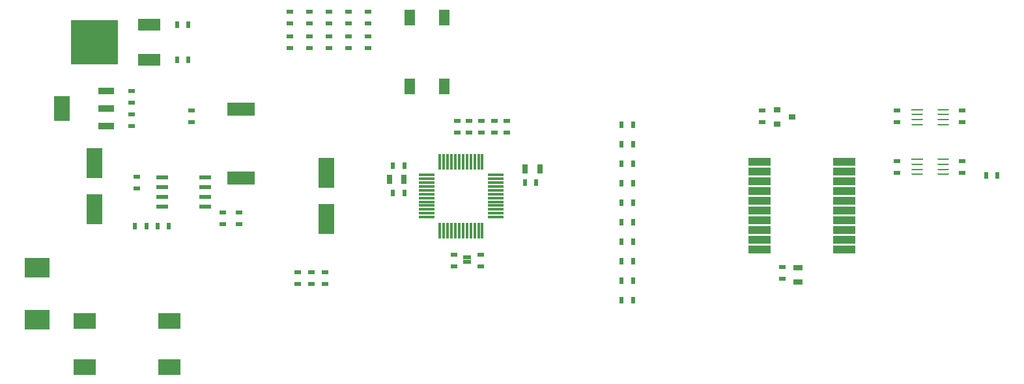
<source format=gtp>
G04*
G04 #@! TF.GenerationSoftware,Altium Limited,CircuitStudio,1.5.2 (30)*
G04*
G04 Layer_Color=7318015*
%FSLAX25Y25*%
%MOIN*%
G70*
G01*
G75*
%ADD10R,0.03543X0.02362*%
%ADD11R,0.02756X0.05118*%
%ADD12R,0.02362X0.03543*%
%ADD13R,0.07874X0.15748*%
%ADD14R,0.03937X0.01969*%
%ADD15R,0.11811X0.07874*%
%ADD16R,0.03543X0.03150*%
%ADD17R,0.05512X0.08268*%
%ADD18R,0.07874X0.01378*%
%ADD19R,0.01378X0.07874*%
%ADD20R,0.08465X0.12795*%
%ADD21R,0.08465X0.03740*%
%ADD22R,0.14173X0.07087*%
%ADD23R,0.05984X0.02362*%
%ADD24R,0.12992X0.09843*%
G04:AMPARAMS|DCode=25|XSize=61.02mil|YSize=9.84mil|CornerRadius=2.46mil|HoleSize=0mil|Usage=FLASHONLY|Rotation=180.000|XOffset=0mil|YOffset=0mil|HoleType=Round|Shape=RoundedRectangle|*
%AMROUNDEDRECTD25*
21,1,0.06102,0.00492,0,0,180.0*
21,1,0.05610,0.00984,0,0,180.0*
1,1,0.00492,-0.02805,0.00246*
1,1,0.00492,0.02805,0.00246*
1,1,0.00492,0.02805,-0.00246*
1,1,0.00492,-0.02805,-0.00246*
%
%ADD25ROUNDEDRECTD25*%
%ADD26R,0.06102X0.00984*%
%ADD27R,0.05118X0.02756*%
%ADD28R,0.11811X0.03937*%
%ADD29R,0.24410X0.22835*%
%ADD30R,0.11811X0.06299*%
D10*
X1208500Y405953D02*
D03*
Y400047D02*
D03*
X1515000Y488953D02*
D03*
Y483047D02*
D03*
Y462953D02*
D03*
Y457047D02*
D03*
X1309000Y483453D02*
D03*
Y477547D02*
D03*
X1288500Y414953D02*
D03*
Y409047D02*
D03*
X1290000Y477547D02*
D03*
Y483453D02*
D03*
X1296000Y477547D02*
D03*
Y483453D02*
D03*
X1126000Y449047D02*
D03*
Y454953D02*
D03*
X1170000Y436453D02*
D03*
Y430547D02*
D03*
X1123500Y481047D02*
D03*
Y486953D02*
D03*
Y498953D02*
D03*
Y493047D02*
D03*
X1215500Y405953D02*
D03*
Y400047D02*
D03*
X1222500Y405953D02*
D03*
Y400047D02*
D03*
X1446000Y483047D02*
D03*
Y488953D02*
D03*
X1315500Y483453D02*
D03*
Y477547D02*
D03*
X1302500Y483453D02*
D03*
Y477547D02*
D03*
X1302000Y409047D02*
D03*
Y414953D02*
D03*
X1178500Y436453D02*
D03*
Y430547D02*
D03*
X1548500Y462953D02*
D03*
Y457047D02*
D03*
Y488953D02*
D03*
Y483047D02*
D03*
X1456500Y408453D02*
D03*
Y402547D02*
D03*
X1204500Y526953D02*
D03*
Y521047D02*
D03*
X1214500Y526953D02*
D03*
Y521047D02*
D03*
X1234500Y526953D02*
D03*
Y521047D02*
D03*
X1244500Y526953D02*
D03*
Y521047D02*
D03*
X1204500Y539453D02*
D03*
Y533547D02*
D03*
X1214500Y539453D02*
D03*
Y533547D02*
D03*
X1224500Y526953D02*
D03*
Y521047D02*
D03*
Y539453D02*
D03*
Y533547D02*
D03*
X1234500Y539453D02*
D03*
Y533547D02*
D03*
X1244500Y539453D02*
D03*
Y533547D02*
D03*
X1154000Y488953D02*
D03*
Y483047D02*
D03*
D11*
X1332240Y459000D02*
D03*
X1324760D02*
D03*
X1255260Y453500D02*
D03*
X1262740D02*
D03*
D12*
X1324547Y452000D02*
D03*
X1330453D02*
D03*
X1262953Y446500D02*
D03*
X1257047D02*
D03*
X1262953Y460500D02*
D03*
X1257047D02*
D03*
X1146547Y515000D02*
D03*
X1152453D02*
D03*
X1146547Y533000D02*
D03*
X1152453D02*
D03*
X1379953Y481500D02*
D03*
X1374047D02*
D03*
X1379953Y471500D02*
D03*
X1374047D02*
D03*
X1379953Y461500D02*
D03*
X1374047D02*
D03*
X1379953Y451500D02*
D03*
X1374047D02*
D03*
X1379953Y441500D02*
D03*
X1374047D02*
D03*
X1379953Y431500D02*
D03*
X1374047D02*
D03*
X1379953Y421500D02*
D03*
X1374047D02*
D03*
X1379953Y411500D02*
D03*
X1374047D02*
D03*
X1379953Y401500D02*
D03*
X1374047D02*
D03*
X1379953Y391500D02*
D03*
X1374047D02*
D03*
X1136547Y429500D02*
D03*
X1142453D02*
D03*
X1125047D02*
D03*
X1130953D02*
D03*
X1560547Y455500D02*
D03*
X1566453D02*
D03*
D13*
X1104500Y438189D02*
D03*
Y461811D02*
D03*
X1223000Y456811D02*
D03*
Y433189D02*
D03*
D14*
X1295000Y411319D02*
D03*
Y413681D02*
D03*
D15*
X1142653Y380807D02*
D03*
Y357185D02*
D03*
X1099347Y380807D02*
D03*
Y357185D02*
D03*
D16*
X1461437Y485500D02*
D03*
X1453563Y489240D02*
D03*
Y481760D02*
D03*
D17*
X1265642Y501284D02*
D03*
Y536717D02*
D03*
X1283358Y501284D02*
D03*
Y536717D02*
D03*
D18*
X1274284Y455827D02*
D03*
Y453858D02*
D03*
Y451890D02*
D03*
Y449921D02*
D03*
Y447953D02*
D03*
Y445984D02*
D03*
Y444016D02*
D03*
Y442047D02*
D03*
Y440079D02*
D03*
Y438110D02*
D03*
Y436142D02*
D03*
Y434173D02*
D03*
X1309717Y455827D02*
D03*
Y453858D02*
D03*
Y451890D02*
D03*
Y449921D02*
D03*
Y447953D02*
D03*
Y445984D02*
D03*
Y444016D02*
D03*
Y442047D02*
D03*
Y440079D02*
D03*
Y438110D02*
D03*
Y436142D02*
D03*
Y434173D02*
D03*
D19*
X1302827Y427283D02*
D03*
X1300858D02*
D03*
X1298890D02*
D03*
X1296921D02*
D03*
X1294953D02*
D03*
X1292984D02*
D03*
X1291016D02*
D03*
X1289047D02*
D03*
X1287079D02*
D03*
X1285110D02*
D03*
X1283142D02*
D03*
X1281173D02*
D03*
Y462716D02*
D03*
X1283142D02*
D03*
X1285110D02*
D03*
X1287079D02*
D03*
X1289047D02*
D03*
X1291016D02*
D03*
X1292984D02*
D03*
X1294953D02*
D03*
X1296921D02*
D03*
X1298890D02*
D03*
X1300858D02*
D03*
X1302827D02*
D03*
D20*
X1087583Y490000D02*
D03*
D21*
X1110417Y499055D02*
D03*
Y490000D02*
D03*
Y480945D02*
D03*
D22*
X1179500Y489716D02*
D03*
Y454284D02*
D03*
D23*
X1160866Y439500D02*
D03*
Y444500D02*
D03*
Y449500D02*
D03*
Y454500D02*
D03*
X1139134Y439500D02*
D03*
Y444500D02*
D03*
Y449500D02*
D03*
Y454500D02*
D03*
D24*
X1075000Y408386D02*
D03*
Y381614D02*
D03*
D25*
X1538693Y456161D02*
D03*
Y458720D02*
D03*
Y461279D02*
D03*
Y463839D02*
D03*
X1525307Y456161D02*
D03*
Y458720D02*
D03*
Y461279D02*
D03*
X1538693Y481661D02*
D03*
Y484221D02*
D03*
Y486779D02*
D03*
Y489339D02*
D03*
X1525307Y481661D02*
D03*
Y484221D02*
D03*
Y486779D02*
D03*
D26*
Y463839D02*
D03*
Y489339D02*
D03*
D27*
X1464500Y400760D02*
D03*
Y408240D02*
D03*
D28*
X1488153Y417500D02*
D03*
Y422500D02*
D03*
Y427500D02*
D03*
Y432500D02*
D03*
Y437500D02*
D03*
X1444847Y442500D02*
D03*
Y447500D02*
D03*
Y452500D02*
D03*
Y457500D02*
D03*
Y462500D02*
D03*
X1488153D02*
D03*
Y457500D02*
D03*
Y452500D02*
D03*
Y447500D02*
D03*
Y442500D02*
D03*
X1444847Y437500D02*
D03*
Y432500D02*
D03*
Y427500D02*
D03*
Y422500D02*
D03*
Y417500D02*
D03*
D29*
X1104232Y524000D02*
D03*
D30*
X1132500Y532996D02*
D03*
Y515004D02*
D03*
M02*

</source>
